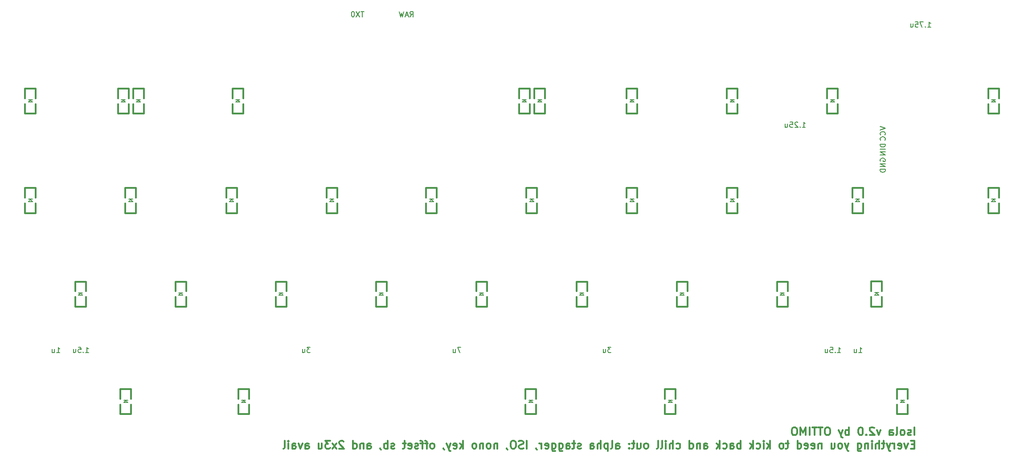
<source format=gbr>
G04 #@! TF.GenerationSoftware,KiCad,Pcbnew,(5.1.9)-1*
G04 #@! TF.CreationDate,2021-12-01T20:16:17-08:00*
G04 #@! TF.ProjectId,Isola_v2,49736f6c-615f-4763-922e-6b696361645f,rev?*
G04 #@! TF.SameCoordinates,Original*
G04 #@! TF.FileFunction,Legend,Bot*
G04 #@! TF.FilePolarity,Positive*
%FSLAX46Y46*%
G04 Gerber Fmt 4.6, Leading zero omitted, Abs format (unit mm)*
G04 Created by KiCad (PCBNEW (5.1.9)-1) date 2021-12-01 20:16:17*
%MOMM*%
%LPD*%
G01*
G04 APERTURE LIST*
%ADD10C,0.300000*%
%ADD11C,0.200000*%
%ADD12C,0.150000*%
G04 APERTURE END LIST*
D10*
X186950657Y-79642171D02*
X186950657Y-78142171D01*
X186307800Y-79570742D02*
X186164942Y-79642171D01*
X185879228Y-79642171D01*
X185736371Y-79570742D01*
X185664942Y-79427885D01*
X185664942Y-79356457D01*
X185736371Y-79213600D01*
X185879228Y-79142171D01*
X186093514Y-79142171D01*
X186236371Y-79070742D01*
X186307800Y-78927885D01*
X186307800Y-78856457D01*
X186236371Y-78713600D01*
X186093514Y-78642171D01*
X185879228Y-78642171D01*
X185736371Y-78713600D01*
X184807800Y-79642171D02*
X184950657Y-79570742D01*
X185022085Y-79499314D01*
X185093514Y-79356457D01*
X185093514Y-78927885D01*
X185022085Y-78785028D01*
X184950657Y-78713600D01*
X184807800Y-78642171D01*
X184593514Y-78642171D01*
X184450657Y-78713600D01*
X184379228Y-78785028D01*
X184307800Y-78927885D01*
X184307800Y-79356457D01*
X184379228Y-79499314D01*
X184450657Y-79570742D01*
X184593514Y-79642171D01*
X184807800Y-79642171D01*
X183450657Y-79642171D02*
X183593514Y-79570742D01*
X183664942Y-79427885D01*
X183664942Y-78142171D01*
X182236371Y-79642171D02*
X182236371Y-78856457D01*
X182307800Y-78713600D01*
X182450657Y-78642171D01*
X182736371Y-78642171D01*
X182879228Y-78713600D01*
X182236371Y-79570742D02*
X182379228Y-79642171D01*
X182736371Y-79642171D01*
X182879228Y-79570742D01*
X182950657Y-79427885D01*
X182950657Y-79285028D01*
X182879228Y-79142171D01*
X182736371Y-79070742D01*
X182379228Y-79070742D01*
X182236371Y-78999314D01*
X180522085Y-78642171D02*
X180164942Y-79642171D01*
X179807800Y-78642171D01*
X179307800Y-78285028D02*
X179236371Y-78213600D01*
X179093514Y-78142171D01*
X178736371Y-78142171D01*
X178593514Y-78213600D01*
X178522085Y-78285028D01*
X178450657Y-78427885D01*
X178450657Y-78570742D01*
X178522085Y-78785028D01*
X179379228Y-79642171D01*
X178450657Y-79642171D01*
X177807800Y-79499314D02*
X177736371Y-79570742D01*
X177807800Y-79642171D01*
X177879228Y-79570742D01*
X177807800Y-79499314D01*
X177807800Y-79642171D01*
X176807800Y-78142171D02*
X176664942Y-78142171D01*
X176522085Y-78213600D01*
X176450657Y-78285028D01*
X176379228Y-78427885D01*
X176307800Y-78713600D01*
X176307800Y-79070742D01*
X176379228Y-79356457D01*
X176450657Y-79499314D01*
X176522085Y-79570742D01*
X176664942Y-79642171D01*
X176807800Y-79642171D01*
X176950657Y-79570742D01*
X177022085Y-79499314D01*
X177093514Y-79356457D01*
X177164942Y-79070742D01*
X177164942Y-78713600D01*
X177093514Y-78427885D01*
X177022085Y-78285028D01*
X176950657Y-78213600D01*
X176807800Y-78142171D01*
X174522085Y-79642171D02*
X174522085Y-78142171D01*
X174522085Y-78713600D02*
X174379228Y-78642171D01*
X174093514Y-78642171D01*
X173950657Y-78713600D01*
X173879228Y-78785028D01*
X173807800Y-78927885D01*
X173807800Y-79356457D01*
X173879228Y-79499314D01*
X173950657Y-79570742D01*
X174093514Y-79642171D01*
X174379228Y-79642171D01*
X174522085Y-79570742D01*
X173307800Y-78642171D02*
X172950657Y-79642171D01*
X172593514Y-78642171D02*
X172950657Y-79642171D01*
X173093514Y-79999314D01*
X173164942Y-80070742D01*
X173307800Y-80142171D01*
X170593514Y-78142171D02*
X170307800Y-78142171D01*
X170164942Y-78213600D01*
X170022085Y-78356457D01*
X169950657Y-78642171D01*
X169950657Y-79142171D01*
X170022085Y-79427885D01*
X170164942Y-79570742D01*
X170307800Y-79642171D01*
X170593514Y-79642171D01*
X170736371Y-79570742D01*
X170879228Y-79427885D01*
X170950657Y-79142171D01*
X170950657Y-78642171D01*
X170879228Y-78356457D01*
X170736371Y-78213600D01*
X170593514Y-78142171D01*
X169522085Y-78142171D02*
X168664942Y-78142171D01*
X169093514Y-79642171D02*
X169093514Y-78142171D01*
X168379228Y-78142171D02*
X167522085Y-78142171D01*
X167950657Y-79642171D02*
X167950657Y-78142171D01*
X167022085Y-79642171D02*
X167022085Y-78142171D01*
X166307800Y-79642171D02*
X166307800Y-78142171D01*
X165807800Y-79213600D01*
X165307800Y-78142171D01*
X165307800Y-79642171D01*
X164307800Y-78142171D02*
X164022085Y-78142171D01*
X163879228Y-78213600D01*
X163736371Y-78356457D01*
X163664942Y-78642171D01*
X163664942Y-79142171D01*
X163736371Y-79427885D01*
X163879228Y-79570742D01*
X164022085Y-79642171D01*
X164307800Y-79642171D01*
X164450657Y-79570742D01*
X164593514Y-79427885D01*
X164664942Y-79142171D01*
X164664942Y-78642171D01*
X164593514Y-78356457D01*
X164450657Y-78213600D01*
X164307800Y-78142171D01*
X186950657Y-81406457D02*
X186450657Y-81406457D01*
X186236371Y-82192171D02*
X186950657Y-82192171D01*
X186950657Y-80692171D01*
X186236371Y-80692171D01*
X185736371Y-81192171D02*
X185379228Y-82192171D01*
X185022085Y-81192171D01*
X183879228Y-82120742D02*
X184022085Y-82192171D01*
X184307800Y-82192171D01*
X184450657Y-82120742D01*
X184522085Y-81977885D01*
X184522085Y-81406457D01*
X184450657Y-81263600D01*
X184307800Y-81192171D01*
X184022085Y-81192171D01*
X183879228Y-81263600D01*
X183807800Y-81406457D01*
X183807800Y-81549314D01*
X184522085Y-81692171D01*
X183164942Y-82192171D02*
X183164942Y-81192171D01*
X183164942Y-81477885D02*
X183093514Y-81335028D01*
X183022085Y-81263600D01*
X182879228Y-81192171D01*
X182736371Y-81192171D01*
X182379228Y-81192171D02*
X182022085Y-82192171D01*
X181664942Y-81192171D02*
X182022085Y-82192171D01*
X182164942Y-82549314D01*
X182236371Y-82620742D01*
X182379228Y-82692171D01*
X181307800Y-81192171D02*
X180736371Y-81192171D01*
X181093514Y-80692171D02*
X181093514Y-81977885D01*
X181022085Y-82120742D01*
X180879228Y-82192171D01*
X180736371Y-82192171D01*
X180236371Y-82192171D02*
X180236371Y-80692171D01*
X179593514Y-82192171D02*
X179593514Y-81406457D01*
X179664942Y-81263600D01*
X179807800Y-81192171D01*
X180022085Y-81192171D01*
X180164942Y-81263600D01*
X180236371Y-81335028D01*
X178879228Y-82192171D02*
X178879228Y-81192171D01*
X178879228Y-80692171D02*
X178950657Y-80763600D01*
X178879228Y-80835028D01*
X178807800Y-80763600D01*
X178879228Y-80692171D01*
X178879228Y-80835028D01*
X178164942Y-81192171D02*
X178164942Y-82192171D01*
X178164942Y-81335028D02*
X178093514Y-81263600D01*
X177950657Y-81192171D01*
X177736371Y-81192171D01*
X177593514Y-81263600D01*
X177522085Y-81406457D01*
X177522085Y-82192171D01*
X176164942Y-81192171D02*
X176164942Y-82406457D01*
X176236371Y-82549314D01*
X176307800Y-82620742D01*
X176450657Y-82692171D01*
X176664942Y-82692171D01*
X176807800Y-82620742D01*
X176164942Y-82120742D02*
X176307800Y-82192171D01*
X176593514Y-82192171D01*
X176736371Y-82120742D01*
X176807800Y-82049314D01*
X176879228Y-81906457D01*
X176879228Y-81477885D01*
X176807800Y-81335028D01*
X176736371Y-81263600D01*
X176593514Y-81192171D01*
X176307800Y-81192171D01*
X176164942Y-81263600D01*
X174450657Y-81192171D02*
X174093514Y-82192171D01*
X173736371Y-81192171D02*
X174093514Y-82192171D01*
X174236371Y-82549314D01*
X174307800Y-82620742D01*
X174450657Y-82692171D01*
X172950657Y-82192171D02*
X173093514Y-82120742D01*
X173164942Y-82049314D01*
X173236371Y-81906457D01*
X173236371Y-81477885D01*
X173164942Y-81335028D01*
X173093514Y-81263600D01*
X172950657Y-81192171D01*
X172736371Y-81192171D01*
X172593514Y-81263600D01*
X172522085Y-81335028D01*
X172450657Y-81477885D01*
X172450657Y-81906457D01*
X172522085Y-82049314D01*
X172593514Y-82120742D01*
X172736371Y-82192171D01*
X172950657Y-82192171D01*
X171164942Y-81192171D02*
X171164942Y-82192171D01*
X171807800Y-81192171D02*
X171807800Y-81977885D01*
X171736371Y-82120742D01*
X171593514Y-82192171D01*
X171379228Y-82192171D01*
X171236371Y-82120742D01*
X171164942Y-82049314D01*
X169307800Y-81192171D02*
X169307800Y-82192171D01*
X169307800Y-81335028D02*
X169236371Y-81263600D01*
X169093514Y-81192171D01*
X168879228Y-81192171D01*
X168736371Y-81263600D01*
X168664942Y-81406457D01*
X168664942Y-82192171D01*
X167379228Y-82120742D02*
X167522085Y-82192171D01*
X167807800Y-82192171D01*
X167950657Y-82120742D01*
X168022085Y-81977885D01*
X168022085Y-81406457D01*
X167950657Y-81263600D01*
X167807800Y-81192171D01*
X167522085Y-81192171D01*
X167379228Y-81263600D01*
X167307800Y-81406457D01*
X167307800Y-81549314D01*
X168022085Y-81692171D01*
X166093514Y-82120742D02*
X166236371Y-82192171D01*
X166522085Y-82192171D01*
X166664942Y-82120742D01*
X166736371Y-81977885D01*
X166736371Y-81406457D01*
X166664942Y-81263600D01*
X166522085Y-81192171D01*
X166236371Y-81192171D01*
X166093514Y-81263600D01*
X166022085Y-81406457D01*
X166022085Y-81549314D01*
X166736371Y-81692171D01*
X164736371Y-82192171D02*
X164736371Y-80692171D01*
X164736371Y-82120742D02*
X164879228Y-82192171D01*
X165164942Y-82192171D01*
X165307800Y-82120742D01*
X165379228Y-82049314D01*
X165450657Y-81906457D01*
X165450657Y-81477885D01*
X165379228Y-81335028D01*
X165307800Y-81263600D01*
X165164942Y-81192171D01*
X164879228Y-81192171D01*
X164736371Y-81263600D01*
X163093514Y-81192171D02*
X162522085Y-81192171D01*
X162879228Y-80692171D02*
X162879228Y-81977885D01*
X162807800Y-82120742D01*
X162664942Y-82192171D01*
X162522085Y-82192171D01*
X161807800Y-82192171D02*
X161950657Y-82120742D01*
X162022085Y-82049314D01*
X162093514Y-81906457D01*
X162093514Y-81477885D01*
X162022085Y-81335028D01*
X161950657Y-81263600D01*
X161807800Y-81192171D01*
X161593514Y-81192171D01*
X161450657Y-81263600D01*
X161379228Y-81335028D01*
X161307800Y-81477885D01*
X161307800Y-81906457D01*
X161379228Y-82049314D01*
X161450657Y-82120742D01*
X161593514Y-82192171D01*
X161807800Y-82192171D01*
X159522085Y-82192171D02*
X159522085Y-80692171D01*
X159379228Y-81620742D02*
X158950657Y-82192171D01*
X158950657Y-81192171D02*
X159522085Y-81763600D01*
X158307800Y-82192171D02*
X158307800Y-81192171D01*
X158307800Y-80692171D02*
X158379228Y-80763600D01*
X158307800Y-80835028D01*
X158236371Y-80763600D01*
X158307800Y-80692171D01*
X158307800Y-80835028D01*
X156950657Y-82120742D02*
X157093514Y-82192171D01*
X157379228Y-82192171D01*
X157522085Y-82120742D01*
X157593514Y-82049314D01*
X157664942Y-81906457D01*
X157664942Y-81477885D01*
X157593514Y-81335028D01*
X157522085Y-81263600D01*
X157379228Y-81192171D01*
X157093514Y-81192171D01*
X156950657Y-81263600D01*
X156307800Y-82192171D02*
X156307800Y-80692171D01*
X156164942Y-81620742D02*
X155736371Y-82192171D01*
X155736371Y-81192171D02*
X156307800Y-81763600D01*
X153950657Y-82192171D02*
X153950657Y-80692171D01*
X153950657Y-81263600D02*
X153807800Y-81192171D01*
X153522085Y-81192171D01*
X153379228Y-81263600D01*
X153307800Y-81335028D01*
X153236371Y-81477885D01*
X153236371Y-81906457D01*
X153307800Y-82049314D01*
X153379228Y-82120742D01*
X153522085Y-82192171D01*
X153807800Y-82192171D01*
X153950657Y-82120742D01*
X151950657Y-82192171D02*
X151950657Y-81406457D01*
X152022085Y-81263600D01*
X152164942Y-81192171D01*
X152450657Y-81192171D01*
X152593514Y-81263600D01*
X151950657Y-82120742D02*
X152093514Y-82192171D01*
X152450657Y-82192171D01*
X152593514Y-82120742D01*
X152664942Y-81977885D01*
X152664942Y-81835028D01*
X152593514Y-81692171D01*
X152450657Y-81620742D01*
X152093514Y-81620742D01*
X151950657Y-81549314D01*
X150593514Y-82120742D02*
X150736371Y-82192171D01*
X151022085Y-82192171D01*
X151164942Y-82120742D01*
X151236371Y-82049314D01*
X151307800Y-81906457D01*
X151307800Y-81477885D01*
X151236371Y-81335028D01*
X151164942Y-81263600D01*
X151022085Y-81192171D01*
X150736371Y-81192171D01*
X150593514Y-81263600D01*
X149950657Y-82192171D02*
X149950657Y-80692171D01*
X149807800Y-81620742D02*
X149379228Y-82192171D01*
X149379228Y-81192171D02*
X149950657Y-81763600D01*
X146950657Y-82192171D02*
X146950657Y-81406457D01*
X147022085Y-81263600D01*
X147164942Y-81192171D01*
X147450657Y-81192171D01*
X147593514Y-81263600D01*
X146950657Y-82120742D02*
X147093514Y-82192171D01*
X147450657Y-82192171D01*
X147593514Y-82120742D01*
X147664942Y-81977885D01*
X147664942Y-81835028D01*
X147593514Y-81692171D01*
X147450657Y-81620742D01*
X147093514Y-81620742D01*
X146950657Y-81549314D01*
X146236371Y-81192171D02*
X146236371Y-82192171D01*
X146236371Y-81335028D02*
X146164942Y-81263600D01*
X146022085Y-81192171D01*
X145807800Y-81192171D01*
X145664942Y-81263600D01*
X145593514Y-81406457D01*
X145593514Y-82192171D01*
X144236371Y-82192171D02*
X144236371Y-80692171D01*
X144236371Y-82120742D02*
X144379228Y-82192171D01*
X144664942Y-82192171D01*
X144807800Y-82120742D01*
X144879228Y-82049314D01*
X144950657Y-81906457D01*
X144950657Y-81477885D01*
X144879228Y-81335028D01*
X144807800Y-81263600D01*
X144664942Y-81192171D01*
X144379228Y-81192171D01*
X144236371Y-81263600D01*
X141736371Y-82120742D02*
X141879228Y-82192171D01*
X142164942Y-82192171D01*
X142307800Y-82120742D01*
X142379228Y-82049314D01*
X142450657Y-81906457D01*
X142450657Y-81477885D01*
X142379228Y-81335028D01*
X142307800Y-81263600D01*
X142164942Y-81192171D01*
X141879228Y-81192171D01*
X141736371Y-81263600D01*
X141093514Y-82192171D02*
X141093514Y-80692171D01*
X140450657Y-82192171D02*
X140450657Y-81406457D01*
X140522085Y-81263600D01*
X140664942Y-81192171D01*
X140879228Y-81192171D01*
X141022085Y-81263600D01*
X141093514Y-81335028D01*
X139736371Y-82192171D02*
X139736371Y-81192171D01*
X139736371Y-80692171D02*
X139807800Y-80763600D01*
X139736371Y-80835028D01*
X139664942Y-80763600D01*
X139736371Y-80692171D01*
X139736371Y-80835028D01*
X138807800Y-82192171D02*
X138950657Y-82120742D01*
X139022085Y-81977885D01*
X139022085Y-80692171D01*
X138022085Y-82192171D02*
X138164942Y-82120742D01*
X138236371Y-81977885D01*
X138236371Y-80692171D01*
X136093514Y-82192171D02*
X136236371Y-82120742D01*
X136307800Y-82049314D01*
X136379228Y-81906457D01*
X136379228Y-81477885D01*
X136307800Y-81335028D01*
X136236371Y-81263600D01*
X136093514Y-81192171D01*
X135879228Y-81192171D01*
X135736371Y-81263600D01*
X135664942Y-81335028D01*
X135593514Y-81477885D01*
X135593514Y-81906457D01*
X135664942Y-82049314D01*
X135736371Y-82120742D01*
X135879228Y-82192171D01*
X136093514Y-82192171D01*
X134307800Y-81192171D02*
X134307800Y-82192171D01*
X134950657Y-81192171D02*
X134950657Y-81977885D01*
X134879228Y-82120742D01*
X134736371Y-82192171D01*
X134522085Y-82192171D01*
X134379228Y-82120742D01*
X134307800Y-82049314D01*
X133807800Y-81192171D02*
X133236371Y-81192171D01*
X133593514Y-80692171D02*
X133593514Y-81977885D01*
X133522085Y-82120742D01*
X133379228Y-82192171D01*
X133236371Y-82192171D01*
X132736371Y-82049314D02*
X132664942Y-82120742D01*
X132736371Y-82192171D01*
X132807800Y-82120742D01*
X132736371Y-82049314D01*
X132736371Y-82192171D01*
X132736371Y-81263600D02*
X132664942Y-81335028D01*
X132736371Y-81406457D01*
X132807800Y-81335028D01*
X132736371Y-81263600D01*
X132736371Y-81406457D01*
X130236371Y-82192171D02*
X130236371Y-81406457D01*
X130307800Y-81263600D01*
X130450657Y-81192171D01*
X130736371Y-81192171D01*
X130879228Y-81263600D01*
X130236371Y-82120742D02*
X130379228Y-82192171D01*
X130736371Y-82192171D01*
X130879228Y-82120742D01*
X130950657Y-81977885D01*
X130950657Y-81835028D01*
X130879228Y-81692171D01*
X130736371Y-81620742D01*
X130379228Y-81620742D01*
X130236371Y-81549314D01*
X129307800Y-82192171D02*
X129450657Y-82120742D01*
X129522085Y-81977885D01*
X129522085Y-80692171D01*
X128736371Y-81192171D02*
X128736371Y-82692171D01*
X128736371Y-81263600D02*
X128593514Y-81192171D01*
X128307800Y-81192171D01*
X128164942Y-81263600D01*
X128093514Y-81335028D01*
X128022085Y-81477885D01*
X128022085Y-81906457D01*
X128093514Y-82049314D01*
X128164942Y-82120742D01*
X128307800Y-82192171D01*
X128593514Y-82192171D01*
X128736371Y-82120742D01*
X127379228Y-82192171D02*
X127379228Y-80692171D01*
X126736371Y-82192171D02*
X126736371Y-81406457D01*
X126807800Y-81263600D01*
X126950657Y-81192171D01*
X127164942Y-81192171D01*
X127307800Y-81263600D01*
X127379228Y-81335028D01*
X125379228Y-82192171D02*
X125379228Y-81406457D01*
X125450657Y-81263600D01*
X125593514Y-81192171D01*
X125879228Y-81192171D01*
X126022085Y-81263600D01*
X125379228Y-82120742D02*
X125522085Y-82192171D01*
X125879228Y-82192171D01*
X126022085Y-82120742D01*
X126093514Y-81977885D01*
X126093514Y-81835028D01*
X126022085Y-81692171D01*
X125879228Y-81620742D01*
X125522085Y-81620742D01*
X125379228Y-81549314D01*
X123593514Y-82120742D02*
X123450657Y-82192171D01*
X123164942Y-82192171D01*
X123022085Y-82120742D01*
X122950657Y-81977885D01*
X122950657Y-81906457D01*
X123022085Y-81763600D01*
X123164942Y-81692171D01*
X123379228Y-81692171D01*
X123522085Y-81620742D01*
X123593514Y-81477885D01*
X123593514Y-81406457D01*
X123522085Y-81263600D01*
X123379228Y-81192171D01*
X123164942Y-81192171D01*
X123022085Y-81263600D01*
X122522085Y-81192171D02*
X121950657Y-81192171D01*
X122307800Y-80692171D02*
X122307800Y-81977885D01*
X122236371Y-82120742D01*
X122093514Y-82192171D01*
X121950657Y-82192171D01*
X120807800Y-82192171D02*
X120807800Y-81406457D01*
X120879228Y-81263600D01*
X121022085Y-81192171D01*
X121307800Y-81192171D01*
X121450657Y-81263600D01*
X120807800Y-82120742D02*
X120950657Y-82192171D01*
X121307800Y-82192171D01*
X121450657Y-82120742D01*
X121522085Y-81977885D01*
X121522085Y-81835028D01*
X121450657Y-81692171D01*
X121307800Y-81620742D01*
X120950657Y-81620742D01*
X120807800Y-81549314D01*
X119450657Y-81192171D02*
X119450657Y-82406457D01*
X119522085Y-82549314D01*
X119593514Y-82620742D01*
X119736371Y-82692171D01*
X119950657Y-82692171D01*
X120093514Y-82620742D01*
X119450657Y-82120742D02*
X119593514Y-82192171D01*
X119879228Y-82192171D01*
X120022085Y-82120742D01*
X120093514Y-82049314D01*
X120164942Y-81906457D01*
X120164942Y-81477885D01*
X120093514Y-81335028D01*
X120022085Y-81263600D01*
X119879228Y-81192171D01*
X119593514Y-81192171D01*
X119450657Y-81263600D01*
X118093514Y-81192171D02*
X118093514Y-82406457D01*
X118164942Y-82549314D01*
X118236371Y-82620742D01*
X118379228Y-82692171D01*
X118593514Y-82692171D01*
X118736371Y-82620742D01*
X118093514Y-82120742D02*
X118236371Y-82192171D01*
X118522085Y-82192171D01*
X118664942Y-82120742D01*
X118736371Y-82049314D01*
X118807800Y-81906457D01*
X118807800Y-81477885D01*
X118736371Y-81335028D01*
X118664942Y-81263600D01*
X118522085Y-81192171D01*
X118236371Y-81192171D01*
X118093514Y-81263600D01*
X116807800Y-82120742D02*
X116950657Y-82192171D01*
X117236371Y-82192171D01*
X117379228Y-82120742D01*
X117450657Y-81977885D01*
X117450657Y-81406457D01*
X117379228Y-81263600D01*
X117236371Y-81192171D01*
X116950657Y-81192171D01*
X116807800Y-81263600D01*
X116736371Y-81406457D01*
X116736371Y-81549314D01*
X117450657Y-81692171D01*
X116093514Y-82192171D02*
X116093514Y-81192171D01*
X116093514Y-81477885D02*
X116022085Y-81335028D01*
X115950657Y-81263600D01*
X115807800Y-81192171D01*
X115664942Y-81192171D01*
X115093514Y-82120742D02*
X115093514Y-82192171D01*
X115164942Y-82335028D01*
X115236371Y-82406457D01*
X113307800Y-82192171D02*
X113307800Y-80692171D01*
X112664942Y-82120742D02*
X112450657Y-82192171D01*
X112093514Y-82192171D01*
X111950657Y-82120742D01*
X111879228Y-82049314D01*
X111807800Y-81906457D01*
X111807800Y-81763600D01*
X111879228Y-81620742D01*
X111950657Y-81549314D01*
X112093514Y-81477885D01*
X112379228Y-81406457D01*
X112522085Y-81335028D01*
X112593514Y-81263600D01*
X112664942Y-81120742D01*
X112664942Y-80977885D01*
X112593514Y-80835028D01*
X112522085Y-80763600D01*
X112379228Y-80692171D01*
X112022085Y-80692171D01*
X111807800Y-80763600D01*
X110879228Y-80692171D02*
X110593514Y-80692171D01*
X110450657Y-80763600D01*
X110307800Y-80906457D01*
X110236371Y-81192171D01*
X110236371Y-81692171D01*
X110307800Y-81977885D01*
X110450657Y-82120742D01*
X110593514Y-82192171D01*
X110879228Y-82192171D01*
X111022085Y-82120742D01*
X111164942Y-81977885D01*
X111236371Y-81692171D01*
X111236371Y-81192171D01*
X111164942Y-80906457D01*
X111022085Y-80763600D01*
X110879228Y-80692171D01*
X109522085Y-82120742D02*
X109522085Y-82192171D01*
X109593514Y-82335028D01*
X109664942Y-82406457D01*
X107736371Y-81192171D02*
X107736371Y-82192171D01*
X107736371Y-81335028D02*
X107664942Y-81263600D01*
X107522085Y-81192171D01*
X107307800Y-81192171D01*
X107164942Y-81263600D01*
X107093514Y-81406457D01*
X107093514Y-82192171D01*
X106164942Y-82192171D02*
X106307800Y-82120742D01*
X106379228Y-82049314D01*
X106450657Y-81906457D01*
X106450657Y-81477885D01*
X106379228Y-81335028D01*
X106307800Y-81263600D01*
X106164942Y-81192171D01*
X105950657Y-81192171D01*
X105807800Y-81263600D01*
X105736371Y-81335028D01*
X105664942Y-81477885D01*
X105664942Y-81906457D01*
X105736371Y-82049314D01*
X105807800Y-82120742D01*
X105950657Y-82192171D01*
X106164942Y-82192171D01*
X105022085Y-81192171D02*
X105022085Y-82192171D01*
X105022085Y-81335028D02*
X104950657Y-81263600D01*
X104807800Y-81192171D01*
X104593514Y-81192171D01*
X104450657Y-81263600D01*
X104379228Y-81406457D01*
X104379228Y-82192171D01*
X103450657Y-82192171D02*
X103593514Y-82120742D01*
X103664942Y-82049314D01*
X103736371Y-81906457D01*
X103736371Y-81477885D01*
X103664942Y-81335028D01*
X103593514Y-81263600D01*
X103450657Y-81192171D01*
X103236371Y-81192171D01*
X103093514Y-81263600D01*
X103022085Y-81335028D01*
X102950657Y-81477885D01*
X102950657Y-81906457D01*
X103022085Y-82049314D01*
X103093514Y-82120742D01*
X103236371Y-82192171D01*
X103450657Y-82192171D01*
X101164942Y-82192171D02*
X101164942Y-80692171D01*
X101022085Y-81620742D02*
X100593514Y-82192171D01*
X100593514Y-81192171D02*
X101164942Y-81763600D01*
X99379228Y-82120742D02*
X99522085Y-82192171D01*
X99807800Y-82192171D01*
X99950657Y-82120742D01*
X100022085Y-81977885D01*
X100022085Y-81406457D01*
X99950657Y-81263600D01*
X99807800Y-81192171D01*
X99522085Y-81192171D01*
X99379228Y-81263600D01*
X99307800Y-81406457D01*
X99307800Y-81549314D01*
X100022085Y-81692171D01*
X98807800Y-81192171D02*
X98450657Y-82192171D01*
X98093514Y-81192171D02*
X98450657Y-82192171D01*
X98593514Y-82549314D01*
X98664942Y-82620742D01*
X98807800Y-82692171D01*
X97450657Y-82120742D02*
X97450657Y-82192171D01*
X97522085Y-82335028D01*
X97593514Y-82406457D01*
X95450657Y-82192171D02*
X95593514Y-82120742D01*
X95664942Y-82049314D01*
X95736371Y-81906457D01*
X95736371Y-81477885D01*
X95664942Y-81335028D01*
X95593514Y-81263600D01*
X95450657Y-81192171D01*
X95236371Y-81192171D01*
X95093514Y-81263600D01*
X95022085Y-81335028D01*
X94950657Y-81477885D01*
X94950657Y-81906457D01*
X95022085Y-82049314D01*
X95093514Y-82120742D01*
X95236371Y-82192171D01*
X95450657Y-82192171D01*
X94522085Y-81192171D02*
X93950657Y-81192171D01*
X94307800Y-82192171D02*
X94307800Y-80906457D01*
X94236371Y-80763600D01*
X94093514Y-80692171D01*
X93950657Y-80692171D01*
X93664942Y-81192171D02*
X93093514Y-81192171D01*
X93450657Y-82192171D02*
X93450657Y-80906457D01*
X93379228Y-80763600D01*
X93236371Y-80692171D01*
X93093514Y-80692171D01*
X92664942Y-82120742D02*
X92522085Y-82192171D01*
X92236371Y-82192171D01*
X92093514Y-82120742D01*
X92022085Y-81977885D01*
X92022085Y-81906457D01*
X92093514Y-81763600D01*
X92236371Y-81692171D01*
X92450657Y-81692171D01*
X92593514Y-81620742D01*
X92664942Y-81477885D01*
X92664942Y-81406457D01*
X92593514Y-81263600D01*
X92450657Y-81192171D01*
X92236371Y-81192171D01*
X92093514Y-81263600D01*
X90807800Y-82120742D02*
X90950657Y-82192171D01*
X91236371Y-82192171D01*
X91379228Y-82120742D01*
X91450657Y-81977885D01*
X91450657Y-81406457D01*
X91379228Y-81263600D01*
X91236371Y-81192171D01*
X90950657Y-81192171D01*
X90807800Y-81263600D01*
X90736371Y-81406457D01*
X90736371Y-81549314D01*
X91450657Y-81692171D01*
X90307800Y-81192171D02*
X89736371Y-81192171D01*
X90093514Y-80692171D02*
X90093514Y-81977885D01*
X90022085Y-82120742D01*
X89879228Y-82192171D01*
X89736371Y-82192171D01*
X88164942Y-82120742D02*
X88022085Y-82192171D01*
X87736371Y-82192171D01*
X87593514Y-82120742D01*
X87522085Y-81977885D01*
X87522085Y-81906457D01*
X87593514Y-81763600D01*
X87736371Y-81692171D01*
X87950657Y-81692171D01*
X88093514Y-81620742D01*
X88164942Y-81477885D01*
X88164942Y-81406457D01*
X88093514Y-81263600D01*
X87950657Y-81192171D01*
X87736371Y-81192171D01*
X87593514Y-81263600D01*
X86879228Y-82192171D02*
X86879228Y-80692171D01*
X86879228Y-81263600D02*
X86736371Y-81192171D01*
X86450657Y-81192171D01*
X86307800Y-81263600D01*
X86236371Y-81335028D01*
X86164942Y-81477885D01*
X86164942Y-81906457D01*
X86236371Y-82049314D01*
X86307800Y-82120742D01*
X86450657Y-82192171D01*
X86736371Y-82192171D01*
X86879228Y-82120742D01*
X85450657Y-82120742D02*
X85450657Y-82192171D01*
X85522085Y-82335028D01*
X85593514Y-82406457D01*
X83022085Y-82192171D02*
X83022085Y-81406457D01*
X83093514Y-81263600D01*
X83236371Y-81192171D01*
X83522085Y-81192171D01*
X83664942Y-81263600D01*
X83022085Y-82120742D02*
X83164942Y-82192171D01*
X83522085Y-82192171D01*
X83664942Y-82120742D01*
X83736371Y-81977885D01*
X83736371Y-81835028D01*
X83664942Y-81692171D01*
X83522085Y-81620742D01*
X83164942Y-81620742D01*
X83022085Y-81549314D01*
X82307800Y-81192171D02*
X82307800Y-82192171D01*
X82307800Y-81335028D02*
X82236371Y-81263600D01*
X82093514Y-81192171D01*
X81879228Y-81192171D01*
X81736371Y-81263600D01*
X81664942Y-81406457D01*
X81664942Y-82192171D01*
X80307800Y-82192171D02*
X80307800Y-80692171D01*
X80307800Y-82120742D02*
X80450657Y-82192171D01*
X80736371Y-82192171D01*
X80879228Y-82120742D01*
X80950657Y-82049314D01*
X81022085Y-81906457D01*
X81022085Y-81477885D01*
X80950657Y-81335028D01*
X80879228Y-81263600D01*
X80736371Y-81192171D01*
X80450657Y-81192171D01*
X80307800Y-81263600D01*
X78522085Y-80835028D02*
X78450657Y-80763600D01*
X78307800Y-80692171D01*
X77950657Y-80692171D01*
X77807800Y-80763600D01*
X77736371Y-80835028D01*
X77664942Y-80977885D01*
X77664942Y-81120742D01*
X77736371Y-81335028D01*
X78593514Y-82192171D01*
X77664942Y-82192171D01*
X77164942Y-82192171D02*
X76379228Y-81192171D01*
X77164942Y-81192171D02*
X76379228Y-82192171D01*
X75950657Y-80692171D02*
X75022085Y-80692171D01*
X75522085Y-81263600D01*
X75307800Y-81263600D01*
X75164942Y-81335028D01*
X75093514Y-81406457D01*
X75022085Y-81549314D01*
X75022085Y-81906457D01*
X75093514Y-82049314D01*
X75164942Y-82120742D01*
X75307800Y-82192171D01*
X75736371Y-82192171D01*
X75879228Y-82120742D01*
X75950657Y-82049314D01*
X73736371Y-81192171D02*
X73736371Y-82192171D01*
X74379228Y-81192171D02*
X74379228Y-81977885D01*
X74307800Y-82120742D01*
X74164942Y-82192171D01*
X73950657Y-82192171D01*
X73807800Y-82120742D01*
X73736371Y-82049314D01*
X71236371Y-82192171D02*
X71236371Y-81406457D01*
X71307800Y-81263600D01*
X71450657Y-81192171D01*
X71736371Y-81192171D01*
X71879228Y-81263600D01*
X71236371Y-82120742D02*
X71379228Y-82192171D01*
X71736371Y-82192171D01*
X71879228Y-82120742D01*
X71950657Y-81977885D01*
X71950657Y-81835028D01*
X71879228Y-81692171D01*
X71736371Y-81620742D01*
X71379228Y-81620742D01*
X71236371Y-81549314D01*
X70664942Y-81192171D02*
X70307800Y-82192171D01*
X69950657Y-81192171D01*
X68736371Y-82192171D02*
X68736371Y-81406457D01*
X68807800Y-81263600D01*
X68950657Y-81192171D01*
X69236371Y-81192171D01*
X69379228Y-81263600D01*
X68736371Y-82120742D02*
X68879228Y-82192171D01*
X69236371Y-82192171D01*
X69379228Y-82120742D01*
X69450657Y-81977885D01*
X69450657Y-81835028D01*
X69379228Y-81692171D01*
X69236371Y-81620742D01*
X68879228Y-81620742D01*
X68736371Y-81549314D01*
X68022085Y-82192171D02*
X68022085Y-81192171D01*
X68022085Y-80692171D02*
X68093514Y-80763600D01*
X68022085Y-80835028D01*
X67950657Y-80763600D01*
X68022085Y-80692171D01*
X68022085Y-80835028D01*
X67093514Y-82192171D02*
X67236371Y-82120742D01*
X67307800Y-81977885D01*
X67307800Y-80692171D01*
D11*
X184683400Y-73063100D02*
X185064400Y-73444100D01*
X184302400Y-73444100D02*
X184683400Y-73063100D01*
X185064400Y-73444100D02*
X184302400Y-73444100D01*
X185064400Y-72999600D02*
X184302400Y-72999600D01*
D10*
X183667400Y-75634848D02*
X183667400Y-73807600D01*
X185699400Y-75634848D02*
X183667400Y-75634848D01*
X185699400Y-73807600D02*
X185699400Y-75634848D01*
X183667400Y-70872352D02*
X183667400Y-72726600D01*
X185699400Y-70872352D02*
X183667400Y-70872352D01*
X185699400Y-72726600D02*
X185699400Y-70872352D01*
D11*
X114071400Y-73067800D02*
X114452400Y-73448800D01*
X113690400Y-73448800D02*
X114071400Y-73067800D01*
X114452400Y-73448800D02*
X113690400Y-73448800D01*
X114452400Y-73004300D02*
X113690400Y-73004300D01*
D10*
X113055400Y-75639548D02*
X113055400Y-73812300D01*
X115087400Y-75639548D02*
X113055400Y-75639548D01*
X115087400Y-73812300D02*
X115087400Y-75639548D01*
X113055400Y-70877052D02*
X113055400Y-72731300D01*
X115087400Y-70877052D02*
X113055400Y-70877052D01*
X115087400Y-72731300D02*
X115087400Y-70877052D01*
D11*
X140589000Y-73063100D02*
X140970000Y-73444100D01*
X140208000Y-73444100D02*
X140589000Y-73063100D01*
X140970000Y-73444100D02*
X140208000Y-73444100D01*
X140970000Y-72999600D02*
X140208000Y-72999600D01*
D10*
X139573000Y-75634848D02*
X139573000Y-73807600D01*
X141605000Y-75634848D02*
X139573000Y-75634848D01*
X141605000Y-73807600D02*
X141605000Y-75634848D01*
X139573000Y-70872352D02*
X139573000Y-72726600D01*
X141605000Y-70872352D02*
X139573000Y-70872352D01*
X141605000Y-72726600D02*
X141605000Y-70872352D01*
D11*
X58420000Y-15930500D02*
X58801000Y-16311500D01*
X58039000Y-16311500D02*
X58420000Y-15930500D01*
X58801000Y-16311500D02*
X58039000Y-16311500D01*
X58801000Y-15867000D02*
X58039000Y-15867000D01*
D10*
X57404000Y-18502248D02*
X57404000Y-16675000D01*
X59436000Y-18502248D02*
X57404000Y-18502248D01*
X59436000Y-16675000D02*
X59436000Y-18502248D01*
X57404000Y-13739752D02*
X57404000Y-15594000D01*
X59436000Y-13739752D02*
X57404000Y-13739752D01*
X59436000Y-15594000D02*
X59436000Y-13739752D01*
D11*
X19015200Y-15930500D02*
X19396200Y-16311500D01*
X18634200Y-16311500D02*
X19015200Y-15930500D01*
X19396200Y-16311500D02*
X18634200Y-16311500D01*
X19396200Y-15867000D02*
X18634200Y-15867000D01*
D10*
X17999200Y-18502248D02*
X17999200Y-16675000D01*
X20031200Y-18502248D02*
X17999200Y-18502248D01*
X20031200Y-16675000D02*
X20031200Y-18502248D01*
X17999200Y-13739752D02*
X17999200Y-15594000D01*
X20031200Y-13739752D02*
X17999200Y-13739752D01*
X20031200Y-15594000D02*
X20031200Y-13739752D01*
D11*
X36642800Y-15930500D02*
X37023800Y-16311500D01*
X36261800Y-16311500D02*
X36642800Y-15930500D01*
X37023800Y-16311500D02*
X36261800Y-16311500D01*
X37023800Y-15867000D02*
X36261800Y-15867000D01*
D10*
X35626800Y-18502248D02*
X35626800Y-16675000D01*
X37658800Y-18502248D02*
X35626800Y-18502248D01*
X37658800Y-16675000D02*
X37658800Y-18502248D01*
X35626800Y-13739752D02*
X35626800Y-15594000D01*
X37658800Y-13739752D02*
X35626800Y-13739752D01*
X37658800Y-15594000D02*
X37658800Y-13739752D01*
D11*
X39542800Y-15930500D02*
X39923800Y-16311500D01*
X39161800Y-16311500D02*
X39542800Y-15930500D01*
X39923800Y-16311500D02*
X39161800Y-16311500D01*
X39923800Y-15867000D02*
X39161800Y-15867000D01*
D10*
X38526800Y-18502248D02*
X38526800Y-16675000D01*
X40558800Y-18502248D02*
X38526800Y-18502248D01*
X40558800Y-16675000D02*
X40558800Y-18502248D01*
X38526800Y-13739752D02*
X38526800Y-15594000D01*
X40558800Y-13739752D02*
X38526800Y-13739752D01*
X40558800Y-15594000D02*
X40558800Y-13739752D01*
D11*
X112852200Y-15930500D02*
X113233200Y-16311500D01*
X112471200Y-16311500D02*
X112852200Y-15930500D01*
X113233200Y-16311500D02*
X112471200Y-16311500D01*
X113233200Y-15867000D02*
X112471200Y-15867000D01*
D10*
X111836200Y-18502248D02*
X111836200Y-16675000D01*
X113868200Y-18502248D02*
X111836200Y-18502248D01*
X113868200Y-16675000D02*
X113868200Y-18502248D01*
X111836200Y-13739752D02*
X111836200Y-15594000D01*
X113868200Y-13739752D02*
X111836200Y-13739752D01*
X113868200Y-15594000D02*
X113868200Y-13739752D01*
D11*
X115773200Y-15930500D02*
X116154200Y-16311500D01*
X115392200Y-16311500D02*
X115773200Y-15930500D01*
X116154200Y-16311500D02*
X115392200Y-16311500D01*
X116154200Y-15867000D02*
X115392200Y-15867000D01*
D10*
X114757200Y-18502248D02*
X114757200Y-16675000D01*
X116789200Y-18502248D02*
X114757200Y-18502248D01*
X116789200Y-16675000D02*
X116789200Y-18502248D01*
X114757200Y-13739752D02*
X114757200Y-15594000D01*
X116789200Y-13739752D02*
X114757200Y-13739752D01*
X116789200Y-15594000D02*
X116789200Y-13739752D01*
D11*
X133315200Y-15930500D02*
X133696200Y-16311500D01*
X132934200Y-16311500D02*
X133315200Y-15930500D01*
X133696200Y-16311500D02*
X132934200Y-16311500D01*
X133696200Y-15867000D02*
X132934200Y-15867000D01*
D10*
X132299200Y-18502248D02*
X132299200Y-16675000D01*
X134331200Y-18502248D02*
X132299200Y-18502248D01*
X134331200Y-16675000D02*
X134331200Y-18502248D01*
X132299200Y-13739752D02*
X132299200Y-15594000D01*
X134331200Y-13739752D02*
X132299200Y-13739752D01*
X134331200Y-15594000D02*
X134331200Y-13739752D01*
D11*
X152365200Y-15930500D02*
X152746200Y-16311500D01*
X151984200Y-16311500D02*
X152365200Y-15930500D01*
X152746200Y-16311500D02*
X151984200Y-16311500D01*
X152746200Y-15867000D02*
X151984200Y-15867000D01*
D10*
X151349200Y-18502248D02*
X151349200Y-16675000D01*
X153381200Y-18502248D02*
X151349200Y-18502248D01*
X153381200Y-16675000D02*
X153381200Y-18502248D01*
X151349200Y-13739752D02*
X151349200Y-15594000D01*
X153381200Y-13739752D02*
X151349200Y-13739752D01*
X153381200Y-15594000D02*
X153381200Y-13739752D01*
D11*
X171415200Y-15930500D02*
X171796200Y-16311500D01*
X171034200Y-16311500D02*
X171415200Y-15930500D01*
X171796200Y-16311500D02*
X171034200Y-16311500D01*
X171796200Y-15867000D02*
X171034200Y-15867000D01*
D10*
X170399200Y-18502248D02*
X170399200Y-16675000D01*
X172431200Y-18502248D02*
X170399200Y-18502248D01*
X172431200Y-16675000D02*
X172431200Y-18502248D01*
X170399200Y-13739752D02*
X170399200Y-15594000D01*
X172431200Y-13739752D02*
X170399200Y-13739752D01*
X172431200Y-15594000D02*
X172431200Y-13739752D01*
D11*
X202000000Y-15930500D02*
X202381000Y-16311500D01*
X201619000Y-16311500D02*
X202000000Y-15930500D01*
X202381000Y-16311500D02*
X201619000Y-16311500D01*
X202381000Y-15867000D02*
X201619000Y-15867000D01*
D10*
X200984000Y-18502248D02*
X200984000Y-16675000D01*
X203016000Y-18502248D02*
X200984000Y-18502248D01*
X203016000Y-16675000D02*
X203016000Y-18502248D01*
X200984000Y-13739752D02*
X200984000Y-15594000D01*
X203016000Y-13739752D02*
X200984000Y-13739752D01*
X203016000Y-15594000D02*
X203016000Y-13739752D01*
D11*
X19015200Y-34828100D02*
X19396200Y-35209100D01*
X18634200Y-35209100D02*
X19015200Y-34828100D01*
X19396200Y-35209100D02*
X18634200Y-35209100D01*
X19396200Y-34764600D02*
X18634200Y-34764600D01*
D10*
X17999200Y-37399848D02*
X17999200Y-35572600D01*
X20031200Y-37399848D02*
X17999200Y-37399848D01*
X20031200Y-35572600D02*
X20031200Y-37399848D01*
X17999200Y-32637352D02*
X17999200Y-34491600D01*
X20031200Y-32637352D02*
X17999200Y-32637352D01*
X20031200Y-34491600D02*
X20031200Y-32637352D01*
D11*
X38065200Y-34828100D02*
X38446200Y-35209100D01*
X37684200Y-35209100D02*
X38065200Y-34828100D01*
X38446200Y-35209100D02*
X37684200Y-35209100D01*
X38446200Y-34764600D02*
X37684200Y-34764600D01*
D10*
X37049200Y-37399848D02*
X37049200Y-35572600D01*
X39081200Y-37399848D02*
X37049200Y-37399848D01*
X39081200Y-35572600D02*
X39081200Y-37399848D01*
X37049200Y-32637352D02*
X37049200Y-34491600D01*
X39081200Y-32637352D02*
X37049200Y-32637352D01*
X39081200Y-34491600D02*
X39081200Y-32637352D01*
D11*
X57200800Y-34828100D02*
X57581800Y-35209100D01*
X56819800Y-35209100D02*
X57200800Y-34828100D01*
X57581800Y-35209100D02*
X56819800Y-35209100D01*
X57581800Y-34764600D02*
X56819800Y-34764600D01*
D10*
X56184800Y-37399848D02*
X56184800Y-35572600D01*
X58216800Y-37399848D02*
X56184800Y-37399848D01*
X58216800Y-35572600D02*
X58216800Y-37399848D01*
X56184800Y-32637352D02*
X56184800Y-34491600D01*
X58216800Y-32637352D02*
X56184800Y-32637352D01*
X58216800Y-34491600D02*
X58216800Y-32637352D01*
D11*
X76250800Y-34828100D02*
X76631800Y-35209100D01*
X75869800Y-35209100D02*
X76250800Y-34828100D01*
X76631800Y-35209100D02*
X75869800Y-35209100D01*
X76631800Y-34764600D02*
X75869800Y-34764600D01*
D10*
X75234800Y-37399848D02*
X75234800Y-35572600D01*
X77266800Y-37399848D02*
X75234800Y-37399848D01*
X77266800Y-35572600D02*
X77266800Y-37399848D01*
X75234800Y-32637352D02*
X75234800Y-34491600D01*
X77266800Y-32637352D02*
X75234800Y-32637352D01*
X77266800Y-34491600D02*
X77266800Y-32637352D01*
D11*
X95173800Y-34828100D02*
X95554800Y-35209100D01*
X94792800Y-35209100D02*
X95173800Y-34828100D01*
X95554800Y-35209100D02*
X94792800Y-35209100D01*
X95554800Y-34764600D02*
X94792800Y-34764600D01*
D10*
X94157800Y-37399848D02*
X94157800Y-35572600D01*
X96189800Y-37399848D02*
X94157800Y-37399848D01*
X96189800Y-35572600D02*
X96189800Y-37399848D01*
X94157800Y-32637352D02*
X94157800Y-34491600D01*
X96189800Y-32637352D02*
X94157800Y-32637352D01*
X96189800Y-34491600D02*
X96189800Y-32637352D01*
D11*
X114265200Y-34828100D02*
X114646200Y-35209100D01*
X113884200Y-35209100D02*
X114265200Y-34828100D01*
X114646200Y-35209100D02*
X113884200Y-35209100D01*
X114646200Y-34764600D02*
X113884200Y-34764600D01*
D10*
X113249200Y-37399848D02*
X113249200Y-35572600D01*
X115281200Y-37399848D02*
X113249200Y-37399848D01*
X115281200Y-35572600D02*
X115281200Y-37399848D01*
X113249200Y-32637352D02*
X113249200Y-34491600D01*
X115281200Y-32637352D02*
X113249200Y-32637352D01*
X115281200Y-34491600D02*
X115281200Y-32637352D01*
D11*
X133315200Y-34828100D02*
X133696200Y-35209100D01*
X132934200Y-35209100D02*
X133315200Y-34828100D01*
X133696200Y-35209100D02*
X132934200Y-35209100D01*
X133696200Y-34764600D02*
X132934200Y-34764600D01*
D10*
X132299200Y-37399848D02*
X132299200Y-35572600D01*
X134331200Y-37399848D02*
X132299200Y-37399848D01*
X134331200Y-35572600D02*
X134331200Y-37399848D01*
X132299200Y-32637352D02*
X132299200Y-34491600D01*
X134331200Y-32637352D02*
X132299200Y-32637352D01*
X134331200Y-34491600D02*
X134331200Y-32637352D01*
D11*
X152365200Y-34828100D02*
X152746200Y-35209100D01*
X151984200Y-35209100D02*
X152365200Y-34828100D01*
X152746200Y-35209100D02*
X151984200Y-35209100D01*
X152746200Y-34764600D02*
X151984200Y-34764600D01*
D10*
X151349200Y-37399848D02*
X151349200Y-35572600D01*
X153381200Y-37399848D02*
X151349200Y-37399848D01*
X153381200Y-35572600D02*
X153381200Y-37399848D01*
X151349200Y-32637352D02*
X151349200Y-34491600D01*
X153381200Y-32637352D02*
X151349200Y-32637352D01*
X153381200Y-34491600D02*
X153381200Y-32637352D01*
D11*
X176177700Y-34828100D02*
X176558700Y-35209100D01*
X175796700Y-35209100D02*
X176177700Y-34828100D01*
X176558700Y-35209100D02*
X175796700Y-35209100D01*
X176558700Y-34764600D02*
X175796700Y-34764600D01*
D10*
X175161700Y-37399848D02*
X175161700Y-35572600D01*
X177193700Y-37399848D02*
X175161700Y-37399848D01*
X177193700Y-35572600D02*
X177193700Y-37399848D01*
X175161700Y-32637352D02*
X175161700Y-34491600D01*
X177193700Y-32637352D02*
X175161700Y-32637352D01*
X177193700Y-34491600D02*
X177193700Y-32637352D01*
D11*
X202000000Y-34828100D02*
X202381000Y-35209100D01*
X201619000Y-35209100D02*
X202000000Y-34828100D01*
X202381000Y-35209100D02*
X201619000Y-35209100D01*
X202381000Y-34764600D02*
X201619000Y-34764600D01*
D10*
X200984000Y-37399848D02*
X200984000Y-35572600D01*
X203016000Y-37399848D02*
X200984000Y-37399848D01*
X203016000Y-35572600D02*
X203016000Y-37399848D01*
X200984000Y-32637352D02*
X200984000Y-34491600D01*
X203016000Y-32637352D02*
X200984000Y-32637352D01*
X203016000Y-34491600D02*
X203016000Y-32637352D01*
D11*
X28540200Y-52633500D02*
X28921200Y-53014500D01*
X28159200Y-53014500D02*
X28540200Y-52633500D01*
X28921200Y-53014500D02*
X28159200Y-53014500D01*
X28921200Y-52570000D02*
X28159200Y-52570000D01*
D10*
X27524200Y-55205248D02*
X27524200Y-53378000D01*
X29556200Y-55205248D02*
X27524200Y-55205248D01*
X29556200Y-53378000D02*
X29556200Y-55205248D01*
X27524200Y-50442752D02*
X27524200Y-52297000D01*
X29556200Y-50442752D02*
X27524200Y-50442752D01*
X29556200Y-52297000D02*
X29556200Y-50442752D01*
D11*
X47590200Y-52633500D02*
X47971200Y-53014500D01*
X47209200Y-53014500D02*
X47590200Y-52633500D01*
X47971200Y-53014500D02*
X47209200Y-53014500D01*
X47971200Y-52570000D02*
X47209200Y-52570000D01*
D10*
X46574200Y-55205248D02*
X46574200Y-53378000D01*
X48606200Y-55205248D02*
X46574200Y-55205248D01*
X48606200Y-53378000D02*
X48606200Y-55205248D01*
X46574200Y-50442752D02*
X46574200Y-52297000D01*
X48606200Y-50442752D02*
X46574200Y-50442752D01*
X48606200Y-52297000D02*
X48606200Y-50442752D01*
D11*
X66640200Y-52633500D02*
X67021200Y-53014500D01*
X66259200Y-53014500D02*
X66640200Y-52633500D01*
X67021200Y-53014500D02*
X66259200Y-53014500D01*
X67021200Y-52570000D02*
X66259200Y-52570000D01*
D10*
X65624200Y-55205248D02*
X65624200Y-53378000D01*
X67656200Y-55205248D02*
X65624200Y-55205248D01*
X67656200Y-53378000D02*
X67656200Y-55205248D01*
X65624200Y-50442752D02*
X65624200Y-52297000D01*
X67656200Y-50442752D02*
X65624200Y-50442752D01*
X67656200Y-52297000D02*
X67656200Y-50442752D01*
D11*
X85690200Y-52633500D02*
X86071200Y-53014500D01*
X85309200Y-53014500D02*
X85690200Y-52633500D01*
X86071200Y-53014500D02*
X85309200Y-53014500D01*
X86071200Y-52570000D02*
X85309200Y-52570000D01*
D10*
X84674200Y-55205248D02*
X84674200Y-53378000D01*
X86706200Y-55205248D02*
X84674200Y-55205248D01*
X86706200Y-53378000D02*
X86706200Y-55205248D01*
X84674200Y-50442752D02*
X84674200Y-52297000D01*
X86706200Y-50442752D02*
X84674200Y-50442752D01*
X86706200Y-52297000D02*
X86706200Y-50442752D01*
D11*
X104740200Y-52633500D02*
X105121200Y-53014500D01*
X104359200Y-53014500D02*
X104740200Y-52633500D01*
X105121200Y-53014500D02*
X104359200Y-53014500D01*
X105121200Y-52570000D02*
X104359200Y-52570000D01*
D10*
X103724200Y-55205248D02*
X103724200Y-53378000D01*
X105756200Y-55205248D02*
X103724200Y-55205248D01*
X105756200Y-53378000D02*
X105756200Y-55205248D01*
X103724200Y-50442752D02*
X103724200Y-52297000D01*
X105756200Y-50442752D02*
X103724200Y-50442752D01*
X105756200Y-52297000D02*
X105756200Y-50442752D01*
D11*
X123790200Y-52633500D02*
X124171200Y-53014500D01*
X123409200Y-53014500D02*
X123790200Y-52633500D01*
X124171200Y-53014500D02*
X123409200Y-53014500D01*
X124171200Y-52570000D02*
X123409200Y-52570000D01*
D10*
X122774200Y-55205248D02*
X122774200Y-53378000D01*
X124806200Y-55205248D02*
X122774200Y-55205248D01*
X124806200Y-53378000D02*
X124806200Y-55205248D01*
X122774200Y-50442752D02*
X122774200Y-52297000D01*
X124806200Y-50442752D02*
X122774200Y-50442752D01*
X124806200Y-52297000D02*
X124806200Y-50442752D01*
D11*
X142840200Y-52633500D02*
X143221200Y-53014500D01*
X142459200Y-53014500D02*
X142840200Y-52633500D01*
X143221200Y-53014500D02*
X142459200Y-53014500D01*
X143221200Y-52570000D02*
X142459200Y-52570000D01*
D10*
X141824200Y-55205248D02*
X141824200Y-53378000D01*
X143856200Y-55205248D02*
X141824200Y-55205248D01*
X143856200Y-53378000D02*
X143856200Y-55205248D01*
X141824200Y-50442752D02*
X141824200Y-52297000D01*
X143856200Y-50442752D02*
X141824200Y-50442752D01*
X143856200Y-52297000D02*
X143856200Y-50442752D01*
D11*
X161890200Y-52633500D02*
X162271200Y-53014500D01*
X161509200Y-53014500D02*
X161890200Y-52633500D01*
X162271200Y-53014500D02*
X161509200Y-53014500D01*
X162271200Y-52570000D02*
X161509200Y-52570000D01*
D10*
X160874200Y-55205248D02*
X160874200Y-53378000D01*
X162906200Y-55205248D02*
X160874200Y-55205248D01*
X162906200Y-53378000D02*
X162906200Y-55205248D01*
X160874200Y-50442752D02*
X160874200Y-52297000D01*
X162906200Y-50442752D02*
X160874200Y-50442752D01*
X162906200Y-52297000D02*
X162906200Y-50442752D01*
D11*
X179781200Y-52616100D02*
X180162200Y-52997100D01*
X179400200Y-52997100D02*
X179781200Y-52616100D01*
X180162200Y-52997100D02*
X179400200Y-52997100D01*
X180162200Y-52552600D02*
X179400200Y-52552600D01*
D10*
X178765200Y-55187848D02*
X178765200Y-53360600D01*
X180797200Y-55187848D02*
X178765200Y-55187848D01*
X180797200Y-53360600D02*
X180797200Y-55187848D01*
X178765200Y-50425352D02*
X178765200Y-52279600D01*
X180797200Y-50425352D02*
X178765200Y-50425352D01*
X180797200Y-52279600D02*
X180797200Y-50425352D01*
D11*
X37109400Y-73063100D02*
X37490400Y-73444100D01*
X36728400Y-73444100D02*
X37109400Y-73063100D01*
X37490400Y-73444100D02*
X36728400Y-73444100D01*
X37490400Y-72999600D02*
X36728400Y-72999600D01*
D10*
X36093400Y-75634848D02*
X36093400Y-73807600D01*
X38125400Y-75634848D02*
X36093400Y-75634848D01*
X38125400Y-73807600D02*
X38125400Y-75634848D01*
X36093400Y-70872352D02*
X36093400Y-72726600D01*
X38125400Y-70872352D02*
X36093400Y-70872352D01*
X38125400Y-72726600D02*
X38125400Y-70872352D01*
D11*
X59486800Y-73063100D02*
X59867800Y-73444100D01*
X59105800Y-73444100D02*
X59486800Y-73063100D01*
X59867800Y-73444100D02*
X59105800Y-73444100D01*
X59867800Y-72999600D02*
X59105800Y-72999600D01*
D10*
X58470800Y-75634848D02*
X58470800Y-73807600D01*
X60502800Y-75634848D02*
X58470800Y-75634848D01*
X60502800Y-73807600D02*
X60502800Y-75634848D01*
X58470800Y-70872352D02*
X58470800Y-72726600D01*
X60502800Y-70872352D02*
X58470800Y-70872352D01*
X60502800Y-72726600D02*
X60502800Y-70872352D01*
D12*
X91115476Y-65180D02*
X91448809Y411009D01*
X91686904Y-65180D02*
X91686904Y934819D01*
X91305952Y934819D01*
X91210714Y887200D01*
X91163095Y839580D01*
X91115476Y744342D01*
X91115476Y601485D01*
X91163095Y506247D01*
X91210714Y458628D01*
X91305952Y411009D01*
X91686904Y411009D01*
X90734523Y220533D02*
X90258333Y220533D01*
X90829761Y-65180D02*
X90496428Y934819D01*
X90163095Y-65180D01*
X89925000Y934819D02*
X89686904Y-65180D01*
X89496428Y649104D01*
X89305952Y-65180D01*
X89067857Y934819D01*
X82363095Y934819D02*
X81791666Y934819D01*
X82077380Y-65180D02*
X82077380Y934819D01*
X81553571Y934819D02*
X80886904Y-65180D01*
X80886904Y934819D02*
X81553571Y-65180D01*
X80315476Y934819D02*
X80220238Y934819D01*
X80125000Y887200D01*
X80077380Y839580D01*
X80029761Y744342D01*
X79982142Y553866D01*
X79982142Y315771D01*
X80029761Y125295D01*
X80077380Y30057D01*
X80125000Y-17561D01*
X80220238Y-65180D01*
X80315476Y-65180D01*
X80410714Y-17561D01*
X80458333Y30057D01*
X80505952Y125295D01*
X80553571Y315771D01*
X80553571Y553866D01*
X80505952Y744342D01*
X80458333Y839580D01*
X80410714Y887200D01*
X80315476Y934819D01*
X176379166Y-63952380D02*
X176950595Y-63952380D01*
X176664880Y-63952380D02*
X176664880Y-62952380D01*
X176760119Y-63095238D01*
X176855357Y-63190476D01*
X176950595Y-63238095D01*
X175522023Y-63285714D02*
X175522023Y-63952380D01*
X175950595Y-63285714D02*
X175950595Y-63809523D01*
X175902976Y-63904761D01*
X175807738Y-63952380D01*
X175664880Y-63952380D01*
X175569642Y-63904761D01*
X175522023Y-63857142D01*
X23979166Y-63952380D02*
X24550595Y-63952380D01*
X24264880Y-63952380D02*
X24264880Y-62952380D01*
X24360119Y-63095238D01*
X24455357Y-63190476D01*
X24550595Y-63238095D01*
X23122023Y-63285714D02*
X23122023Y-63952380D01*
X23550595Y-63285714D02*
X23550595Y-63809523D01*
X23502976Y-63904761D01*
X23407738Y-63952380D01*
X23264880Y-63952380D01*
X23169642Y-63904761D01*
X23122023Y-63857142D01*
X172330952Y-63965080D02*
X172902380Y-63965080D01*
X172616666Y-63965080D02*
X172616666Y-62965080D01*
X172711904Y-63107938D01*
X172807142Y-63203176D01*
X172902380Y-63250795D01*
X171902380Y-63869842D02*
X171854761Y-63917461D01*
X171902380Y-63965080D01*
X171950000Y-63917461D01*
X171902380Y-63869842D01*
X171902380Y-63965080D01*
X170950000Y-62965080D02*
X171426190Y-62965080D01*
X171473809Y-63441271D01*
X171426190Y-63393652D01*
X171330952Y-63346033D01*
X171092857Y-63346033D01*
X170997619Y-63393652D01*
X170950000Y-63441271D01*
X170902380Y-63536509D01*
X170902380Y-63774604D01*
X170950000Y-63869842D01*
X170997619Y-63917461D01*
X171092857Y-63965080D01*
X171330952Y-63965080D01*
X171426190Y-63917461D01*
X171473809Y-63869842D01*
X170045238Y-63298414D02*
X170045238Y-63965080D01*
X170473809Y-63298414D02*
X170473809Y-63822223D01*
X170426190Y-63917461D01*
X170330952Y-63965080D01*
X170188095Y-63965080D01*
X170092857Y-63917461D01*
X170045238Y-63869842D01*
X29455952Y-63914280D02*
X30027380Y-63914280D01*
X29741666Y-63914280D02*
X29741666Y-62914280D01*
X29836904Y-63057138D01*
X29932142Y-63152376D01*
X30027380Y-63199995D01*
X29027380Y-63819042D02*
X28979761Y-63866661D01*
X29027380Y-63914280D01*
X29075000Y-63866661D01*
X29027380Y-63819042D01*
X29027380Y-63914280D01*
X28075000Y-62914280D02*
X28551190Y-62914280D01*
X28598809Y-63390471D01*
X28551190Y-63342852D01*
X28455952Y-63295233D01*
X28217857Y-63295233D01*
X28122619Y-63342852D01*
X28075000Y-63390471D01*
X28027380Y-63485709D01*
X28027380Y-63723804D01*
X28075000Y-63819042D01*
X28122619Y-63866661D01*
X28217857Y-63914280D01*
X28455952Y-63914280D01*
X28551190Y-63866661D01*
X28598809Y-63819042D01*
X27170238Y-63247614D02*
X27170238Y-63914280D01*
X27598809Y-63247614D02*
X27598809Y-63771423D01*
X27551190Y-63866661D01*
X27455952Y-63914280D01*
X27313095Y-63914280D01*
X27217857Y-63866661D01*
X27170238Y-63819042D01*
X189475892Y-2039880D02*
X190047321Y-2039880D01*
X189761607Y-2039880D02*
X189761607Y-1039880D01*
X189856845Y-1182738D01*
X189952083Y-1277976D01*
X190047321Y-1325595D01*
X189047321Y-1944642D02*
X188999702Y-1992261D01*
X189047321Y-2039880D01*
X189094940Y-1992261D01*
X189047321Y-1944642D01*
X189047321Y-2039880D01*
X188666369Y-1039880D02*
X187999702Y-1039880D01*
X188428273Y-2039880D01*
X187142559Y-1039880D02*
X187618750Y-1039880D01*
X187666369Y-1516071D01*
X187618750Y-1468452D01*
X187523511Y-1420833D01*
X187285416Y-1420833D01*
X187190178Y-1468452D01*
X187142559Y-1516071D01*
X187094940Y-1611309D01*
X187094940Y-1849404D01*
X187142559Y-1944642D01*
X187190178Y-1992261D01*
X187285416Y-2039880D01*
X187523511Y-2039880D01*
X187618750Y-1992261D01*
X187666369Y-1944642D01*
X186237797Y-1373214D02*
X186237797Y-2039880D01*
X186666369Y-1373214D02*
X186666369Y-1897023D01*
X186618750Y-1992261D01*
X186523511Y-2039880D01*
X186380654Y-2039880D01*
X186285416Y-1992261D01*
X186237797Y-1944642D01*
X165663392Y-21089880D02*
X166234821Y-21089880D01*
X165949107Y-21089880D02*
X165949107Y-20089880D01*
X166044345Y-20232738D01*
X166139583Y-20327976D01*
X166234821Y-20375595D01*
X165234821Y-20994642D02*
X165187202Y-21042261D01*
X165234821Y-21089880D01*
X165282440Y-21042261D01*
X165234821Y-20994642D01*
X165234821Y-21089880D01*
X164806250Y-20185119D02*
X164758630Y-20137500D01*
X164663392Y-20089880D01*
X164425297Y-20089880D01*
X164330059Y-20137500D01*
X164282440Y-20185119D01*
X164234821Y-20280357D01*
X164234821Y-20375595D01*
X164282440Y-20518452D01*
X164853869Y-21089880D01*
X164234821Y-21089880D01*
X163330059Y-20089880D02*
X163806250Y-20089880D01*
X163853869Y-20566071D01*
X163806250Y-20518452D01*
X163711011Y-20470833D01*
X163472916Y-20470833D01*
X163377678Y-20518452D01*
X163330059Y-20566071D01*
X163282440Y-20661309D01*
X163282440Y-20899404D01*
X163330059Y-20994642D01*
X163377678Y-21042261D01*
X163472916Y-21089880D01*
X163711011Y-21089880D01*
X163806250Y-21042261D01*
X163853869Y-20994642D01*
X162425297Y-20423214D02*
X162425297Y-21089880D01*
X162853869Y-20423214D02*
X162853869Y-20947023D01*
X162806250Y-21042261D01*
X162711011Y-21089880D01*
X162568154Y-21089880D01*
X162472916Y-21042261D01*
X162425297Y-20994642D01*
D11*
X180500000Y-27538095D02*
X180452380Y-27442857D01*
X180452380Y-27300000D01*
X180500000Y-27157142D01*
X180595238Y-27061904D01*
X180690476Y-27014285D01*
X180880952Y-26966666D01*
X181023809Y-26966666D01*
X181214285Y-27014285D01*
X181309523Y-27061904D01*
X181404761Y-27157142D01*
X181452380Y-27300000D01*
X181452380Y-27395238D01*
X181404761Y-27538095D01*
X181357142Y-27585714D01*
X181023809Y-27585714D01*
X181023809Y-27395238D01*
X181452380Y-28014285D02*
X180452380Y-28014285D01*
X181452380Y-28585714D01*
X180452380Y-28585714D01*
X181452380Y-29061904D02*
X180452380Y-29061904D01*
X180452380Y-29300000D01*
X180500000Y-29442857D01*
X180595238Y-29538095D01*
X180690476Y-29585714D01*
X180880952Y-29633333D01*
X181023809Y-29633333D01*
X181214285Y-29585714D01*
X181309523Y-29538095D01*
X181404761Y-29442857D01*
X181452380Y-29300000D01*
X181452380Y-29061904D01*
X181452380Y-24276190D02*
X180452380Y-24276190D01*
X180452380Y-24514285D01*
X180500000Y-24657142D01*
X180595238Y-24752380D01*
X180690476Y-24800000D01*
X180880952Y-24847619D01*
X181023809Y-24847619D01*
X181214285Y-24800000D01*
X181309523Y-24752380D01*
X181404761Y-24657142D01*
X181452380Y-24514285D01*
X181452380Y-24276190D01*
X181452380Y-25276190D02*
X180452380Y-25276190D01*
X181452380Y-25752380D02*
X180452380Y-25752380D01*
X181452380Y-26323809D01*
X180452380Y-26323809D01*
X180452380Y-20966666D02*
X181452380Y-21300000D01*
X180452380Y-21633333D01*
X181357142Y-22538095D02*
X181404761Y-22490476D01*
X181452380Y-22347619D01*
X181452380Y-22252380D01*
X181404761Y-22109523D01*
X181309523Y-22014285D01*
X181214285Y-21966666D01*
X181023809Y-21919047D01*
X180880952Y-21919047D01*
X180690476Y-21966666D01*
X180595238Y-22014285D01*
X180500000Y-22109523D01*
X180452380Y-22252380D01*
X180452380Y-22347619D01*
X180500000Y-22490476D01*
X180547619Y-22538095D01*
X181357142Y-23538095D02*
X181404761Y-23490476D01*
X181452380Y-23347619D01*
X181452380Y-23252380D01*
X181404761Y-23109523D01*
X181309523Y-23014285D01*
X181214285Y-22966666D01*
X181023809Y-22919047D01*
X180880952Y-22919047D01*
X180690476Y-22966666D01*
X180595238Y-23014285D01*
X180500000Y-23109523D01*
X180452380Y-23252380D01*
X180452380Y-23347619D01*
X180500000Y-23490476D01*
X180547619Y-23538095D01*
D12*
X129335114Y-62914280D02*
X128716066Y-62914280D01*
X129049400Y-63295233D01*
X128906542Y-63295233D01*
X128811304Y-63342852D01*
X128763685Y-63390471D01*
X128716066Y-63485709D01*
X128716066Y-63723804D01*
X128763685Y-63819042D01*
X128811304Y-63866661D01*
X128906542Y-63914280D01*
X129192257Y-63914280D01*
X129287495Y-63866661D01*
X129335114Y-63819042D01*
X127858923Y-63247614D02*
X127858923Y-63914280D01*
X128287495Y-63247614D02*
X128287495Y-63771423D01*
X128239876Y-63866661D01*
X128144638Y-63914280D01*
X128001780Y-63914280D01*
X127906542Y-63866661D01*
X127858923Y-63819042D01*
X72185114Y-62914280D02*
X71566066Y-62914280D01*
X71899400Y-63295233D01*
X71756542Y-63295233D01*
X71661304Y-63342852D01*
X71613685Y-63390471D01*
X71566066Y-63485709D01*
X71566066Y-63723804D01*
X71613685Y-63819042D01*
X71661304Y-63866661D01*
X71756542Y-63914280D01*
X72042257Y-63914280D01*
X72137495Y-63866661D01*
X72185114Y-63819042D01*
X70708923Y-63247614D02*
X70708923Y-63914280D01*
X71137495Y-63247614D02*
X71137495Y-63771423D01*
X71089876Y-63866661D01*
X70994638Y-63914280D01*
X70851780Y-63914280D01*
X70756542Y-63866661D01*
X70708923Y-63819042D01*
X100798214Y-62952380D02*
X100131547Y-62952380D01*
X100560119Y-63952380D01*
X99322023Y-63285714D02*
X99322023Y-63952380D01*
X99750595Y-63285714D02*
X99750595Y-63809523D01*
X99702976Y-63904761D01*
X99607738Y-63952380D01*
X99464880Y-63952380D01*
X99369642Y-63904761D01*
X99322023Y-63857142D01*
M02*

</source>
